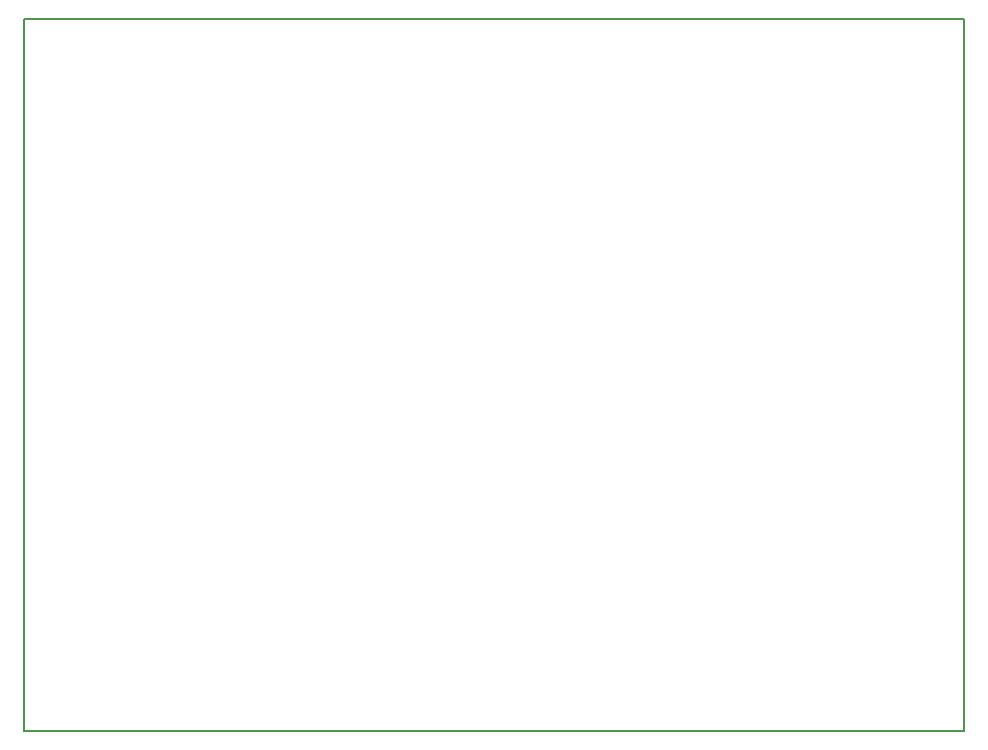
<source format=gbr>
%TF.GenerationSoftware,KiCad,Pcbnew,(5.1.6)-1*%
%TF.CreationDate,2021-04-27T14:58:59-04:00*%
%TF.ProjectId,GLV_BOBV6,474c565f-424f-4425-9636-2e6b69636164,rev?*%
%TF.SameCoordinates,Original*%
%TF.FileFunction,Profile,NP*%
%FSLAX46Y46*%
G04 Gerber Fmt 4.6, Leading zero omitted, Abs format (unit mm)*
G04 Created by KiCad (PCBNEW (5.1.6)-1) date 2021-04-27 14:58:59*
%MOMM*%
%LPD*%
G01*
G04 APERTURE LIST*
%TA.AperFunction,Profile*%
%ADD10C,0.150000*%
%TD*%
G04 APERTURE END LIST*
D10*
X117475000Y-18415000D02*
X117475000Y-15875000D01*
X197000000Y-15875000D02*
X117475000Y-15875000D01*
X197000000Y-76200000D02*
X197000000Y-15875000D01*
X117475000Y-76200000D02*
X197000000Y-76200000D01*
X117475000Y-18415000D02*
X117475000Y-76200000D01*
M02*

</source>
